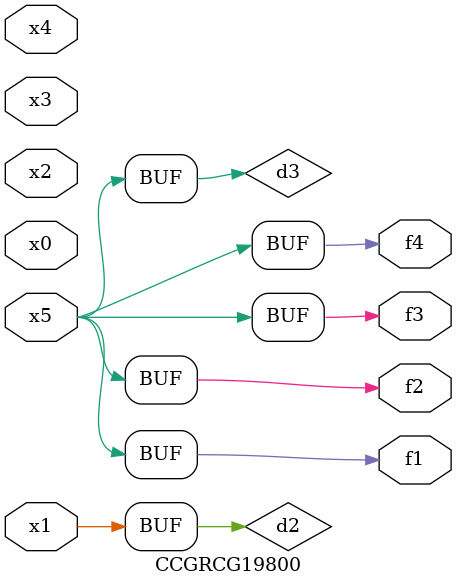
<source format=v>
module CCGRCG19800(
	input x0, x1, x2, x3, x4, x5,
	output f1, f2, f3, f4
);

	wire d1, d2, d3;

	not (d1, x5);
	or (d2, x1);
	xnor (d3, d1);
	assign f1 = d3;
	assign f2 = d3;
	assign f3 = d3;
	assign f4 = d3;
endmodule

</source>
